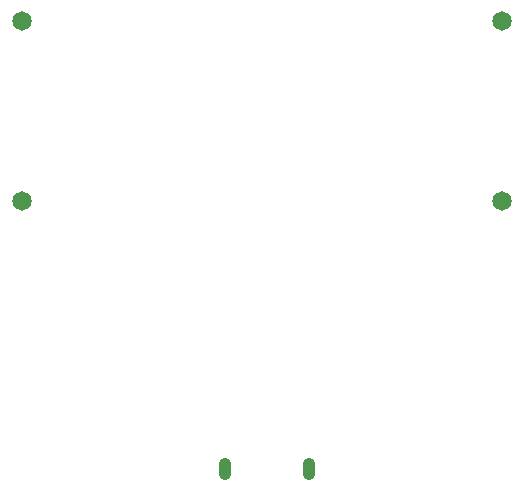
<source format=gbr>
%TF.GenerationSoftware,KiCad,Pcbnew,(5.1.10)-1*%
%TF.CreationDate,2022-01-27T09:42:42-08:00*%
%TF.ProjectId,Hive PCB v0.1,48697665-2050-4434-9220-76302e312e6b,rev?*%
%TF.SameCoordinates,Original*%
%TF.FileFunction,Soldermask,Bot*%
%TF.FilePolarity,Negative*%
%FSLAX46Y46*%
G04 Gerber Fmt 4.6, Leading zero omitted, Abs format (unit mm)*
G04 Created by KiCad (PCBNEW (5.1.10)-1) date 2022-01-27 09:42:42*
%MOMM*%
%LPD*%
G01*
G04 APERTURE LIST*
%ADD10C,1.651000*%
%ADD11O,1.050000X1.900000*%
G04 APERTURE END LIST*
D10*
%TO.C,Arduino_Nano_33*%
X118970000Y-119380000D03*
X118970000Y-104140000D03*
X159610000Y-104140000D03*
X159610000Y-119380000D03*
%TD*%
D11*
%TO.C,J1*%
X143275000Y-142043000D03*
X136125000Y-142043000D03*
%TD*%
M02*

</source>
